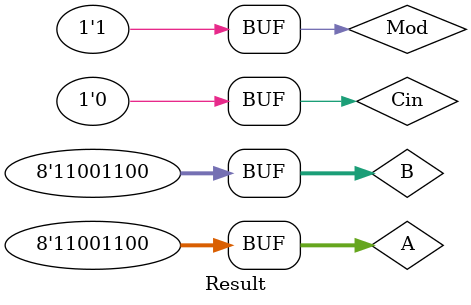
<source format=v>
`timescale 1ns / 1ps


module Result;

	// Inputs
	reg [7:0] A;
	reg [7:0] B;
	reg Cin;
	reg Mod;

	// Outputs
	wire Cout;
	wire [7:0] S;

	// Instantiate the Unit Under Test (UUT)
	Subtr uut (
		.A(A), 
		.B(B), 
		.Cin(Cin), 
		.Cout(Cout), 
		.S(S), 
		.Mod(Mod)
	);

	initial begin
		// A>B
		A = 8'b10111001;B = 8'b10001111;Cin = 0;Mod = 1;
		#75;
		A = 8'b11010101;B = 8'b11010100;Cin = 0;Mod =1;
		#75;
		A = 8'b11100110;B = 8'b00011010;Cin = 0;Mod =1;
		#75;
		A = 8'b10011100;B = 8'b01000011;Cin = 0;Mod =1;
		#75;
		// A<B
		A = 8'b10111001;B = 8'b11100101;Cin = 0;Mod =1;
		#75;
		A = 8'b11001010;B = 8'b11110011;Cin = 0;Mod =1;
		#75;
		A = 8'b10000111;B = 8'b11011010;Cin = 0;Mod =1;
		#75;
		A = 8'b10110111;B = 8'b11000000;Cin = 0;Mod =1;
		#75;
		// A=B
		A = 8'b10011010;B = 8'b10011010;Cin = 0;Mod =1;
		#75;
		A = 8'b10010111;B = 8'b10010111;Cin = 0;Mod =1;
		#75;
		A = 8'b00101110;B = 8'b00101110;Cin = 0;Mod =1;
		#75;
		A = 8'b11001100;B = 8'b11001100;Cin = 0;Mod =1;
		#75;
	end
      
endmodule


</source>
